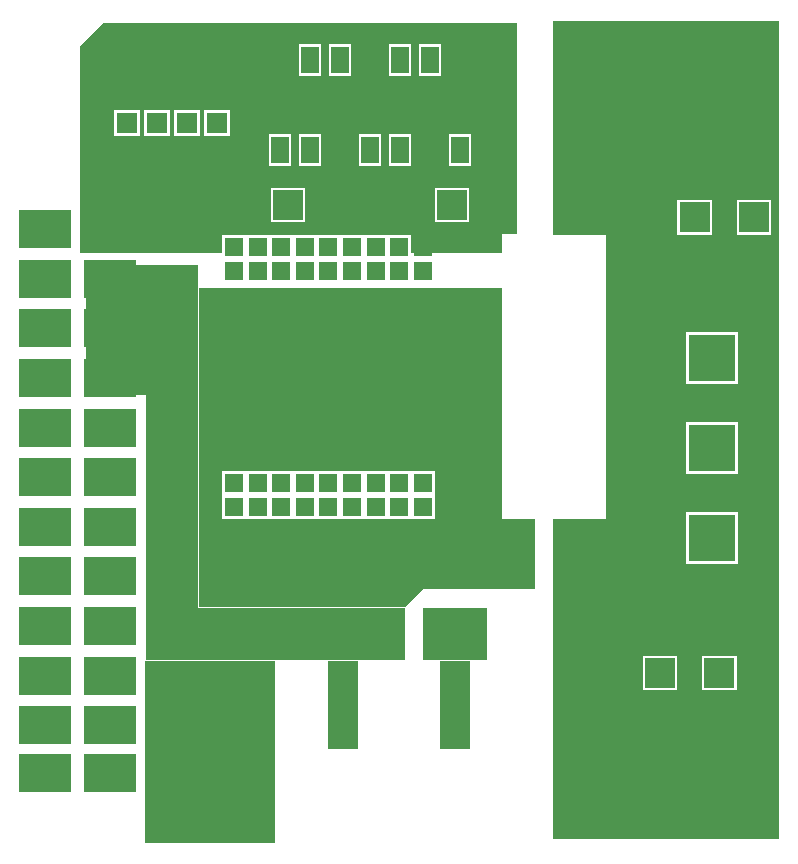
<source format=gtl>
G04 Layer_Physical_Order=1*
G04 Layer_Color=255*
%FSAX44Y44*%
%MOMM*%
G71*
G01*
G75*
%ADD10R,2.5000X7.5000*%
%ADD11R,11.0000X15.5000*%
%ADD12R,18.0000X4.5000*%
%ADD13R,4.5000X22.5000*%
%ADD14R,9.5000X11.0000*%
%ADD15R,5.5000X4.5000*%
%ADD16R,1.6000X1.6000*%
%ADD17R,2.5000X2.5000*%
%ADD18R,4.0000X4.0000*%
%ADD19R,4.4000X3.2000*%
%ADD20R,1.8000X1.8000*%
%ADD21R,1.5000X2.3000*%
G36*
X00942000Y00605000D02*
X00970000D01*
Y00545000D01*
X00875000D01*
X00860000Y00530000D01*
X00685000D01*
Y00800000D01*
X00942000D01*
Y00605000D01*
D02*
G37*
G36*
X00955000Y00846000D02*
X00942000D01*
Y00830000D01*
X00865000D01*
Y00845000D01*
X00845000D01*
X00845000Y00845000D01*
Y00845000D01*
X00826270D01*
X00825000Y00845000D01*
Y00845000D01*
X00825000D01*
Y00845000D01*
X00806270D01*
X00805000Y00845000D01*
Y00845000D01*
X00805000D01*
Y00845000D01*
X00786270D01*
X00785000Y00845000D01*
Y00845000D01*
X00785000D01*
Y00845000D01*
X00766270D01*
X00765000Y00845000D01*
Y00845000D01*
X00765000D01*
Y00845000D01*
X00746270D01*
X00745000Y00845000D01*
Y00845000D01*
X00745000D01*
Y00845000D01*
X00726270D01*
X00725000Y00845000D01*
Y00845000D01*
X00725000D01*
Y00845000D01*
X00705000D01*
Y00830000D01*
X00585000D01*
Y00960000D01*
Y01005000D01*
X00605000Y01025000D01*
X00955000D01*
Y00846000D01*
D02*
G37*
G36*
X01176666Y00333334D02*
X00985000D01*
Y00605000D01*
X01030000D01*
Y00845000D01*
X00985000D01*
Y01026666D01*
X01176666D01*
Y00333334D01*
D02*
G37*
%LPC*%
G36*
X01119500Y00874500D02*
X01090500D01*
Y00845500D01*
X01119500D01*
Y00874500D01*
D02*
G37*
G36*
X01169500D02*
X01140500D01*
Y00845500D01*
X01169500D01*
Y00874500D01*
D02*
G37*
G36*
X00775000Y00885000D02*
X00746000D01*
Y00856000D01*
X00775000D01*
Y00885000D01*
D02*
G37*
G36*
X00914000D02*
X00885000D01*
Y00856000D01*
X00914000D01*
Y00885000D01*
D02*
G37*
G36*
X01142000Y00763200D02*
X01098000D01*
Y00719200D01*
X01142000D01*
Y00763200D01*
D02*
G37*
G36*
X01140500Y00488500D02*
X01111500D01*
Y00459500D01*
X01140500D01*
Y00488500D01*
D02*
G37*
G36*
X01090500D02*
X01061500D01*
Y00459500D01*
X01090500D01*
Y00488500D01*
D02*
G37*
G36*
X01142000Y00610800D02*
X01098000D01*
Y00566800D01*
X01142000D01*
Y00610800D01*
D02*
G37*
G36*
X00825000Y00645000D02*
X00823730Y00645000D01*
X00806270D01*
X00805000Y00645000D01*
X00803730Y00645000D01*
X00786270D01*
X00785000Y00645000D01*
X00783730Y00645000D01*
X00766270D01*
X00765000Y00645000D01*
X00763730Y00645000D01*
X00746270D01*
X00745000Y00645000D01*
X00743730Y00645000D01*
X00726270D01*
X00725000Y00645000D01*
X00723730Y00645000D01*
X00705000D01*
Y00626270D01*
X00705000Y00625000D01*
X00705000Y00623730D01*
Y00605000D01*
X00723730D01*
X00725000Y00605000D01*
X00726270Y00605000D01*
X00743730D01*
X00745000Y00605000D01*
X00746270Y00605000D01*
X00763730D01*
X00765000Y00605000D01*
X00766270Y00605000D01*
X00783730D01*
X00784789Y00605000D01*
X00786270Y00605000D01*
X00803730D01*
X00805000Y00605000D01*
X00806270Y00605000D01*
X00823730D01*
X00825000Y00605000D01*
X00826270Y00605000D01*
X00843730D01*
X00845000Y00605000D01*
X00846270Y00605000D01*
X00863730D01*
X00864917Y00605000D01*
X00866270Y00605000D01*
X00885000D01*
Y00623730D01*
X00885000Y00625000D01*
X00885000Y00626270D01*
Y00645000D01*
X00866270D01*
X00865000Y00645000D01*
X00863730Y00645000D01*
X00846270D01*
X00845039Y00645000D01*
X00843730Y00645000D01*
X00826270D01*
X00825000Y00645000D01*
D02*
G37*
G36*
X01142000Y00687000D02*
X01098000D01*
Y00643000D01*
X01142000D01*
Y00687000D01*
D02*
G37*
G36*
X00788700Y01006600D02*
X00769700D01*
Y00979600D01*
X00788700D01*
Y01006600D01*
D02*
G37*
G36*
X00711800Y00951000D02*
X00689800D01*
Y00929000D01*
X00711800D01*
Y00951000D01*
D02*
G37*
G36*
X00686400D02*
X00664400D01*
Y00929000D01*
X00686400D01*
Y00951000D01*
D02*
G37*
G36*
X00890300Y01006600D02*
X00871300D01*
Y00979600D01*
X00890300D01*
Y01006600D01*
D02*
G37*
G36*
X00864900D02*
X00845900D01*
Y00979600D01*
X00864900D01*
Y01006600D01*
D02*
G37*
G36*
X00814100D02*
X00795100D01*
Y00979600D01*
X00814100D01*
Y01006600D01*
D02*
G37*
G36*
X00661000Y00951000D02*
X00639000D01*
Y00929000D01*
X00661000D01*
Y00951000D01*
D02*
G37*
G36*
X00839500Y00930400D02*
X00820500D01*
Y00903400D01*
X00839500D01*
Y00930400D01*
D02*
G37*
G36*
X00788700D02*
X00769700D01*
Y00903400D01*
X00788700D01*
Y00930400D01*
D02*
G37*
G36*
X00763300D02*
X00744300D01*
Y00903400D01*
X00763300D01*
Y00930400D01*
D02*
G37*
G36*
X00635600Y00951000D02*
X00613600D01*
Y00929000D01*
X00635600D01*
Y00951000D01*
D02*
G37*
G36*
X00915700Y00930400D02*
X00896700D01*
Y00903400D01*
X00915700D01*
Y00930400D01*
D02*
G37*
G36*
X00864900D02*
X00845900D01*
Y00903400D01*
X00864900D01*
Y00930400D01*
D02*
G37*
%LPD*%
D10*
X00807500Y00447500D02*
D03*
X00902500D02*
D03*
D11*
X00695000Y00407500D02*
D03*
D12*
X00770000Y00507500D02*
D03*
D13*
X00662500Y00597500D02*
D03*
D14*
X00637500Y00765000D02*
D03*
D15*
X00902500Y00507500D02*
D03*
D16*
X00715000Y00615000D02*
D03*
X00735000D02*
D03*
X00755000D02*
D03*
X00775000D02*
D03*
X00795000Y00615000D02*
D03*
X00815000Y00615000D02*
D03*
X00835000D02*
D03*
X00855000D02*
D03*
X00875000Y00615000D02*
D03*
Y00635000D02*
D03*
X00855000D02*
D03*
X00835000Y00635000D02*
D03*
X00815000Y00635000D02*
D03*
X00795000D02*
D03*
X00775000D02*
D03*
X00755000D02*
D03*
X00735000D02*
D03*
X00715000D02*
D03*
X00875000Y00815000D02*
D03*
Y00835000D02*
D03*
X00855000Y00835000D02*
D03*
Y00815000D02*
D03*
X00835000D02*
D03*
X00815000D02*
D03*
Y00835000D02*
D03*
X00835000D02*
D03*
X00795000D02*
D03*
Y00815000D02*
D03*
X00775000D02*
D03*
Y00835000D02*
D03*
X00755000D02*
D03*
Y00815000D02*
D03*
X00735000D02*
D03*
X00715000D02*
D03*
Y00835000D02*
D03*
X00735000D02*
D03*
D17*
X00760500Y00870500D02*
D03*
X00899500D02*
D03*
X01105000Y00860000D02*
D03*
X01155000D02*
D03*
X01076000Y00474000D02*
D03*
X01126000D02*
D03*
D18*
X01120000Y00588800D02*
D03*
Y00665000D02*
D03*
Y00741200D02*
D03*
D19*
X00555000Y00390000D02*
D03*
Y00430000D02*
D03*
Y00472000D02*
D03*
Y00514000D02*
D03*
Y00556000D02*
D03*
Y00598000D02*
D03*
Y00640000D02*
D03*
Y00682000D02*
D03*
Y00724000D02*
D03*
Y00766000D02*
D03*
Y00808000D02*
D03*
Y00850000D02*
D03*
X00610000Y00766000D02*
D03*
Y00808000D02*
D03*
Y00850000D02*
D03*
Y00724000D02*
D03*
Y00682000D02*
D03*
Y00640000D02*
D03*
Y00598000D02*
D03*
Y00556000D02*
D03*
Y00514000D02*
D03*
Y00472000D02*
D03*
Y00430000D02*
D03*
Y00390000D02*
D03*
D20*
X00700800Y00940000D02*
D03*
X00675400D02*
D03*
X00650000D02*
D03*
X00624600D02*
D03*
X00599200D02*
D03*
D21*
X00906200Y00916900D02*
D03*
X00880800D02*
D03*
X00855400D02*
D03*
X00830000D02*
D03*
X00804600D02*
D03*
X00779200D02*
D03*
X00753800D02*
D03*
X00830000Y00993100D02*
D03*
X00855400D02*
D03*
X00880800D02*
D03*
X00906200D02*
D03*
X00804600D02*
D03*
X00779200D02*
D03*
X00753800D02*
D03*
M02*

</source>
